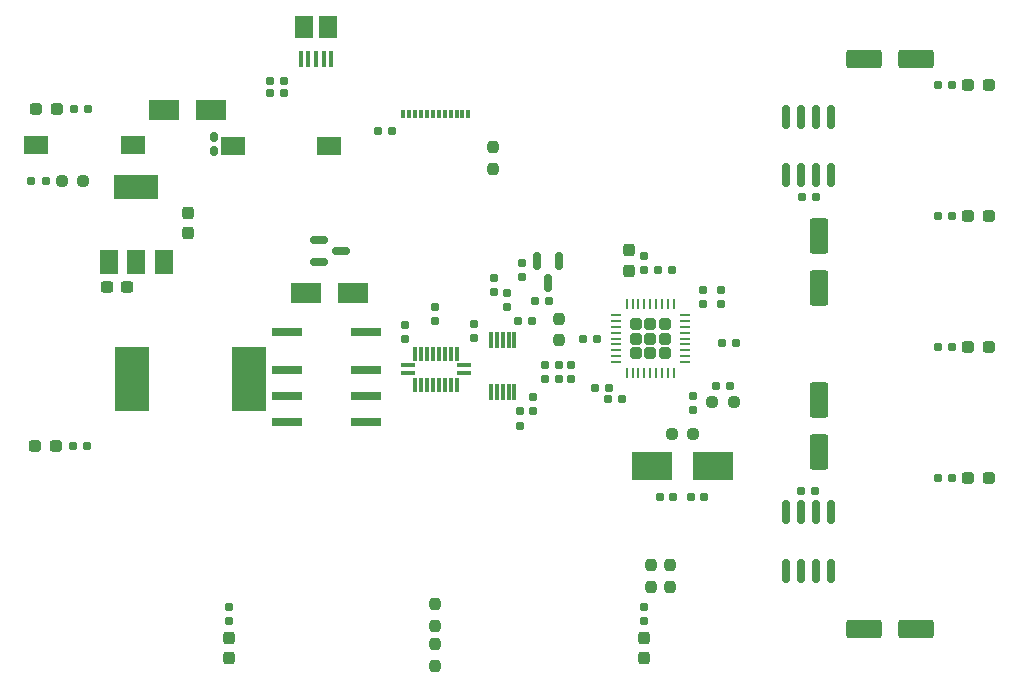
<source format=gtp>
G04 #@! TF.GenerationSoftware,KiCad,Pcbnew,(6.0.2)*
G04 #@! TF.CreationDate,2022-10-12T22:23:13+11:00*
G04 #@! TF.ProjectId,usb_xwitch,7573625f-7877-4697-9463-682e6b696361,0.2*
G04 #@! TF.SameCoordinates,Original*
G04 #@! TF.FileFunction,Paste,Top*
G04 #@! TF.FilePolarity,Positive*
%FSLAX46Y46*%
G04 Gerber Fmt 4.6, Leading zero omitted, Abs format (unit mm)*
G04 Created by KiCad (PCBNEW (6.0.2)) date 2022-10-12 22:23:13*
%MOMM*%
%LPD*%
G01*
G04 APERTURE LIST*
G04 Aperture macros list*
%AMRoundRect*
0 Rectangle with rounded corners*
0 $1 Rounding radius*
0 $2 $3 $4 $5 $6 $7 $8 $9 X,Y pos of 4 corners*
0 Add a 4 corners polygon primitive as box body*
4,1,4,$2,$3,$4,$5,$6,$7,$8,$9,$2,$3,0*
0 Add four circle primitives for the rounded corners*
1,1,$1+$1,$2,$3*
1,1,$1+$1,$4,$5*
1,1,$1+$1,$6,$7*
1,1,$1+$1,$8,$9*
0 Add four rect primitives between the rounded corners*
20,1,$1+$1,$2,$3,$4,$5,0*
20,1,$1+$1,$4,$5,$6,$7,0*
20,1,$1+$1,$6,$7,$8,$9,0*
20,1,$1+$1,$8,$9,$2,$3,0*%
G04 Aperture macros list end*
%ADD10RoundRect,0.247500X0.247500X0.247500X-0.247500X0.247500X-0.247500X-0.247500X0.247500X-0.247500X0*%
%ADD11RoundRect,0.062500X0.350000X0.062500X-0.350000X0.062500X-0.350000X-0.062500X0.350000X-0.062500X0*%
%ADD12RoundRect,0.062500X0.062500X0.350000X-0.062500X0.350000X-0.062500X-0.350000X0.062500X-0.350000X0*%
%ADD13RoundRect,0.237500X0.237500X-0.250000X0.237500X0.250000X-0.237500X0.250000X-0.237500X-0.250000X0*%
%ADD14RoundRect,0.237500X0.300000X0.237500X-0.300000X0.237500X-0.300000X-0.237500X0.300000X-0.237500X0*%
%ADD15RoundRect,0.160000X-0.197500X-0.160000X0.197500X-0.160000X0.197500X0.160000X-0.197500X0.160000X0*%
%ADD16RoundRect,0.237500X0.250000X0.237500X-0.250000X0.237500X-0.250000X-0.237500X0.250000X-0.237500X0*%
%ADD17RoundRect,0.155000X0.212500X0.155000X-0.212500X0.155000X-0.212500X-0.155000X0.212500X-0.155000X0*%
%ADD18RoundRect,0.250000X1.250000X0.550000X-1.250000X0.550000X-1.250000X-0.550000X1.250000X-0.550000X0*%
%ADD19RoundRect,0.237500X-0.237500X0.300000X-0.237500X-0.300000X0.237500X-0.300000X0.237500X0.300000X0*%
%ADD20RoundRect,0.150000X-0.150000X0.587500X-0.150000X-0.587500X0.150000X-0.587500X0.150000X0.587500X0*%
%ADD21RoundRect,0.155000X-0.212500X-0.155000X0.212500X-0.155000X0.212500X0.155000X-0.212500X0.155000X0*%
%ADD22RoundRect,0.160000X0.197500X0.160000X-0.197500X0.160000X-0.197500X-0.160000X0.197500X-0.160000X0*%
%ADD23RoundRect,0.160000X-0.160000X0.197500X-0.160000X-0.197500X0.160000X-0.197500X0.160000X0.197500X0*%
%ADD24RoundRect,0.237500X0.287500X0.237500X-0.287500X0.237500X-0.287500X-0.237500X0.287500X-0.237500X0*%
%ADD25RoundRect,0.160000X0.160000X-0.197500X0.160000X0.197500X-0.160000X0.197500X-0.160000X-0.197500X0*%
%ADD26RoundRect,0.150000X-0.587500X-0.150000X0.587500X-0.150000X0.587500X0.150000X-0.587500X0.150000X0*%
%ADD27R,1.500000X2.000000*%
%ADD28R,3.800000X2.000000*%
%ADD29R,1.250000X0.300000*%
%ADD30R,0.300000X1.200000*%
%ADD31RoundRect,0.237500X-0.237500X0.250000X-0.237500X-0.250000X0.237500X-0.250000X0.237500X0.250000X0*%
%ADD32RoundRect,0.160000X0.160000X-0.222500X0.160000X0.222500X-0.160000X0.222500X-0.160000X-0.222500X0*%
%ADD33RoundRect,0.237500X0.237500X-0.300000X0.237500X0.300000X-0.237500X0.300000X-0.237500X-0.300000X0*%
%ADD34R,2.500000X1.800000*%
%ADD35R,0.400000X1.350000*%
%ADD36R,1.500000X1.900000*%
%ADD37RoundRect,0.237500X0.237500X-0.287500X0.237500X0.287500X-0.237500X0.287500X-0.237500X-0.287500X0*%
%ADD38RoundRect,0.237500X-0.250000X-0.237500X0.250000X-0.237500X0.250000X0.237500X-0.250000X0.237500X0*%
%ADD39RoundRect,0.250000X0.550000X-1.250000X0.550000X1.250000X-0.550000X1.250000X-0.550000X-1.250000X0*%
%ADD40R,0.300000X0.700000*%
%ADD41RoundRect,0.237500X-0.287500X-0.237500X0.287500X-0.237500X0.287500X0.237500X-0.287500X0.237500X0*%
%ADD42RoundRect,0.150000X0.150000X-0.825000X0.150000X0.825000X-0.150000X0.825000X-0.150000X-0.825000X0*%
%ADD43R,2.000000X1.500000*%
%ADD44R,2.900000X5.400000*%
%ADD45RoundRect,0.250000X-0.550000X1.250000X-0.550000X-1.250000X0.550000X-1.250000X0.550000X1.250000X0*%
%ADD46R,3.500000X2.400000*%
%ADD47R,2.660000X0.800000*%
%ADD48RoundRect,0.150000X-0.150000X0.825000X-0.150000X-0.825000X0.150000X-0.825000X0.150000X0.825000X0*%
%ADD49R,0.300000X1.400000*%
G04 APERTURE END LIST*
D10*
X152470000Y-106570000D03*
X154930000Y-109030000D03*
X154930000Y-107800000D03*
X154930000Y-106570000D03*
X152470000Y-109030000D03*
X153700000Y-109030000D03*
X152470000Y-107800000D03*
X153700000Y-107800000D03*
X153700000Y-106570000D03*
D11*
X156637500Y-109800000D03*
X156637500Y-109300000D03*
X156637500Y-108800000D03*
X156637500Y-108300000D03*
X156637500Y-107800000D03*
X156637500Y-107300000D03*
X156637500Y-106800000D03*
X156637500Y-106300000D03*
X156637500Y-105800000D03*
D12*
X155700000Y-104862500D03*
X155200000Y-104862500D03*
X154700000Y-104862500D03*
X154200000Y-104862500D03*
X153700000Y-104862500D03*
X153200000Y-104862500D03*
X152700000Y-104862500D03*
X152200000Y-104862500D03*
X151700000Y-104862500D03*
D11*
X150762500Y-105800000D03*
X150762500Y-106300000D03*
X150762500Y-106800000D03*
X150762500Y-107300000D03*
X150762500Y-107800000D03*
X150762500Y-108300000D03*
X150762500Y-108800000D03*
X150762500Y-109300000D03*
X150762500Y-109800000D03*
D12*
X151700000Y-110737500D03*
X152200000Y-110737500D03*
X152700000Y-110737500D03*
X153200000Y-110737500D03*
X153700000Y-110737500D03*
X154200000Y-110737500D03*
X154700000Y-110737500D03*
X155200000Y-110737500D03*
X155700000Y-110737500D03*
D13*
X145950000Y-107962500D03*
X145950000Y-106137500D03*
D14*
X109412500Y-103444000D03*
X107687500Y-103444000D03*
D15*
X149052500Y-111950000D03*
X150247500Y-111950000D03*
D16*
X160762500Y-113150000D03*
X158937500Y-113150000D03*
D15*
X159777500Y-108200000D03*
X160972500Y-108200000D03*
D17*
X158267500Y-121200000D03*
X157132500Y-121200000D03*
D18*
X176200000Y-132400000D03*
X171800000Y-132400000D03*
D13*
X153750000Y-128812500D03*
X153750000Y-126987500D03*
D19*
X114600000Y-97181500D03*
X114600000Y-98906500D03*
D20*
X146000000Y-101262500D03*
X144100000Y-101262500D03*
X145050000Y-103137500D03*
D15*
X121502500Y-86000000D03*
X122697500Y-86000000D03*
D21*
X154482500Y-121200000D03*
X155617500Y-121200000D03*
D22*
X145977500Y-110040000D03*
X144782500Y-110040000D03*
X151297500Y-112950000D03*
X150102500Y-112950000D03*
D23*
X118050000Y-130552500D03*
X118050000Y-131747500D03*
D15*
X178052500Y-119600000D03*
X179247500Y-119600000D03*
D23*
X142690000Y-113972500D03*
X142690000Y-115167500D03*
X153200000Y-130552500D03*
X153200000Y-131747500D03*
D24*
X182375000Y-97400000D03*
X180625000Y-97400000D03*
D25*
X140470000Y-103867500D03*
X140470000Y-102672500D03*
D24*
X182375000Y-86300000D03*
X180625000Y-86300000D03*
D13*
X140380000Y-93422500D03*
X140380000Y-91597500D03*
D23*
X147030000Y-110042500D03*
X147030000Y-111237500D03*
D26*
X125662500Y-99450000D03*
X125662500Y-101350000D03*
X127537500Y-100400000D03*
D27*
X107900000Y-101294000D03*
D28*
X110200000Y-94994000D03*
D27*
X110200000Y-101294000D03*
X112500000Y-101294000D03*
D23*
X141550000Y-103922500D03*
X141550000Y-105117500D03*
D25*
X138750000Y-107787500D03*
X138750000Y-106592500D03*
D29*
X137900000Y-110050000D03*
D30*
X137300000Y-109100000D03*
X136800000Y-109100000D03*
X136300000Y-109100000D03*
X135800000Y-109100000D03*
X135300000Y-109100000D03*
X134800000Y-109100000D03*
X134300000Y-109100000D03*
X133800000Y-109100000D03*
D29*
X133200000Y-110050000D03*
X133200000Y-110750000D03*
D30*
X133800000Y-111700000D03*
X134300000Y-111700000D03*
X134800000Y-111700000D03*
X135300000Y-111700000D03*
X135800000Y-111700000D03*
X136300000Y-111700000D03*
X136800000Y-111700000D03*
X137300000Y-111700000D03*
D29*
X137900000Y-110750000D03*
D31*
X135500000Y-133687500D03*
X135500000Y-135512500D03*
D24*
X182375000Y-108500000D03*
X180625000Y-108500000D03*
D32*
X116725000Y-91922500D03*
X116725000Y-90777500D03*
D22*
X102497500Y-94488000D03*
X101302500Y-94488000D03*
X106097500Y-88392000D03*
X104902500Y-88392000D03*
D25*
X142800000Y-102597500D03*
X142800000Y-101402500D03*
D15*
X142502500Y-106300000D03*
X143697500Y-106300000D03*
D33*
X151920000Y-102062500D03*
X151920000Y-100337500D03*
D15*
X166452500Y-120700000D03*
X167647500Y-120700000D03*
D31*
X135500000Y-130287500D03*
X135500000Y-132112500D03*
D25*
X153200000Y-101997500D03*
X153200000Y-100802500D03*
D22*
X145097500Y-104650000D03*
X143902500Y-104650000D03*
X105997500Y-116900000D03*
X104802500Y-116900000D03*
D25*
X135510000Y-106322500D03*
X135510000Y-105127500D03*
D34*
X124550000Y-103950000D03*
X128550000Y-103950000D03*
D35*
X126700000Y-84152500D03*
X126050000Y-84152500D03*
X125400000Y-84152500D03*
X124750000Y-84152500D03*
X124100000Y-84152500D03*
D36*
X126400000Y-81452500D03*
X124400000Y-81452500D03*
D37*
X118050000Y-134875000D03*
X118050000Y-133125000D03*
D38*
X155500000Y-115850000D03*
X157325000Y-115850000D03*
D39*
X168000000Y-117400000D03*
X168000000Y-113000000D03*
D40*
X138300000Y-88770000D03*
X137800000Y-88770000D03*
X137300000Y-88770000D03*
X136800000Y-88770000D03*
X136300000Y-88770000D03*
X135800000Y-88770000D03*
X135300000Y-88770000D03*
X134800000Y-88770000D03*
X134300000Y-88770000D03*
X133800000Y-88770000D03*
X133300000Y-88770000D03*
X132800000Y-88770000D03*
D41*
X101625000Y-116900000D03*
X103375000Y-116900000D03*
D42*
X165195000Y-127475000D03*
X166465000Y-127475000D03*
X167735000Y-127475000D03*
X169005000Y-127475000D03*
X169005000Y-122525000D03*
X167735000Y-122525000D03*
X166465000Y-122525000D03*
X165195000Y-122525000D03*
D34*
X116550000Y-88425000D03*
X112550000Y-88425000D03*
D43*
X126530000Y-91470000D03*
X118330000Y-91470000D03*
D24*
X182375000Y-119600000D03*
X180625000Y-119600000D03*
D37*
X153200000Y-134875000D03*
X153200000Y-133125000D03*
D44*
X109858000Y-111252000D03*
X119758000Y-111252000D03*
D15*
X154352500Y-102000000D03*
X155547500Y-102000000D03*
X144782500Y-111240000D03*
X145977500Y-111240000D03*
D45*
X168000000Y-99100000D03*
X168000000Y-103500000D03*
D15*
X159252500Y-111800000D03*
X160447500Y-111800000D03*
D46*
X159050000Y-118600000D03*
X153850000Y-118600000D03*
D22*
X167747500Y-95800000D03*
X166552500Y-95800000D03*
X149187500Y-107810000D03*
X147992500Y-107810000D03*
D23*
X143760000Y-112772500D03*
X143760000Y-113967500D03*
D15*
X178052500Y-86300000D03*
X179247500Y-86300000D03*
D47*
X122930000Y-107250000D03*
X122930000Y-110450000D03*
X122930000Y-112650000D03*
X122930000Y-114850000D03*
X129670000Y-114850000D03*
X129670000Y-112650000D03*
X129670000Y-110450000D03*
X129670000Y-107250000D03*
D16*
X105712500Y-94488000D03*
X103887500Y-94488000D03*
D25*
X158200000Y-104847500D03*
X158200000Y-103652500D03*
D18*
X176200000Y-84100000D03*
X171800000Y-84100000D03*
D25*
X159720000Y-104847500D03*
X159720000Y-103652500D03*
D43*
X101700000Y-91440000D03*
X109900000Y-91440000D03*
D22*
X131847500Y-90190000D03*
X130652500Y-90190000D03*
D15*
X121502500Y-87050000D03*
X122697500Y-87050000D03*
D25*
X132910000Y-107817500D03*
X132910000Y-106622500D03*
D15*
X178052500Y-97400000D03*
X179247500Y-97400000D03*
D31*
X155350000Y-126987500D03*
X155350000Y-128812500D03*
D23*
X157300000Y-112652500D03*
X157300000Y-113847500D03*
D48*
X169005000Y-89025000D03*
X167735000Y-89025000D03*
X166465000Y-89025000D03*
X165195000Y-89025000D03*
X165195000Y-93975000D03*
X166465000Y-93975000D03*
X167735000Y-93975000D03*
X169005000Y-93975000D03*
D49*
X142200000Y-107900000D03*
X141700000Y-107900000D03*
X141200000Y-107900000D03*
X140700000Y-107900000D03*
X140200000Y-107900000D03*
X140200000Y-112300000D03*
X140700000Y-112300000D03*
X141200000Y-112300000D03*
X141700000Y-112300000D03*
X142200000Y-112300000D03*
D41*
X101725000Y-88392000D03*
X103475000Y-88392000D03*
D15*
X178052500Y-108500000D03*
X179247500Y-108500000D03*
M02*

</source>
